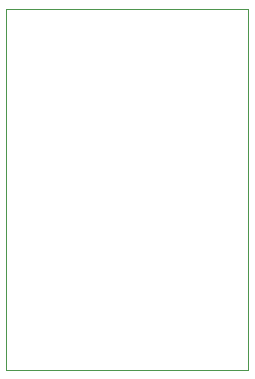
<source format=gm1>
G04 #@! TF.GenerationSoftware,KiCad,Pcbnew,(5.1.6-0-10_14)*
G04 #@! TF.CreationDate,2020-08-14T16:39:20-05:00*
G04 #@! TF.ProjectId,gen2-jtag-adapter,67656e32-2d6a-4746-9167-2d6164617074,rev?*
G04 #@! TF.SameCoordinates,Original*
G04 #@! TF.FileFunction,Profile,NP*
%FSLAX46Y46*%
G04 Gerber Fmt 4.6, Leading zero omitted, Abs format (unit mm)*
G04 Created by KiCad (PCBNEW (5.1.6-0-10_14)) date 2020-08-14 16:39:20*
%MOMM*%
%LPD*%
G01*
G04 APERTURE LIST*
G04 #@! TA.AperFunction,Profile*
%ADD10C,0.050000*%
G04 #@! TD*
G04 APERTURE END LIST*
D10*
X99900000Y-96900000D02*
X99900000Y-66400000D01*
X120400000Y-96900000D02*
X99900000Y-96900000D01*
X120400000Y-66400000D02*
X120400000Y-96900000D01*
X99900000Y-66400000D02*
X120400000Y-66400000D01*
M02*

</source>
